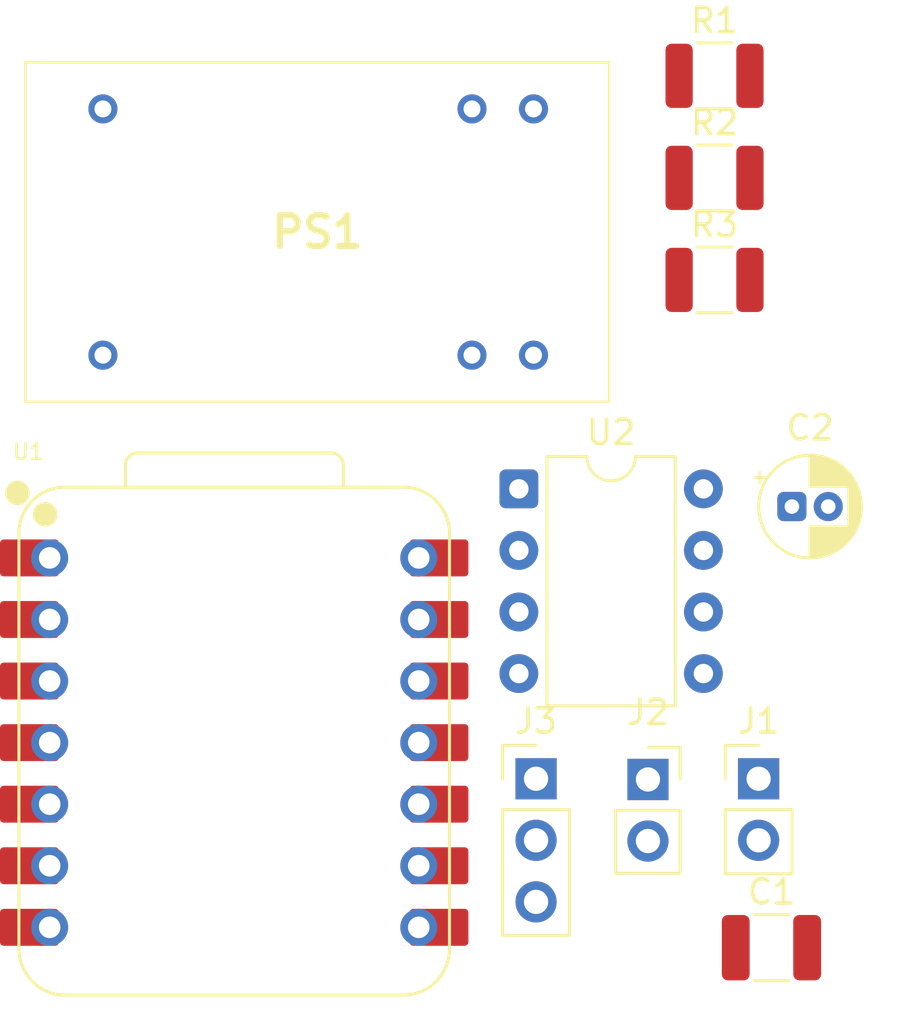
<source format=kicad_pcb>
(kicad_pcb (version 20241229) (generator "pcbnew") (generator_version "9.0")
  (layers (0 "F.Cu" signal) (2 "B.Cu" signal) (13 "F.Paste" user) (15 "B.Paste" user) (5 "F.SilkS" user "F.Silkscreen") (7 "B.SilkS" user "B.Silkscreen") (1 "F.Mask" user) (3 "B.Mask" user) (25 "Edge.Cuts" user))
  (net 0 "")
  (net 1 "/Vcc")
  (net 2 "GND")
  (net 3 "Net-(J1-Pin_2)")
  (net 4 "Net-(J1-Pin_1)")
  (net 5 "+5V")
  (net 6 "/PWM")
  (net 9 "Net-(U2-A1)")
  (net 10 "Net-(U2-A2)")
  (net 11 "/+3V")
  (net 12 "Net-(U1-GPIO29{slash}ADC3{slash}A3)")
  (footprint "Resistor_SMD:R_1210_3225Metric" (layer "F.Cu") (at 152.775 79.24)
    (property "Reference" "R2" (at 0 -2.28 0) (layer "F.SilkS"))
    (property "Value" "R")
    (fp_line (start -0.723737 -1.355) (end 0.723737 -1.355) (stroke (width 0.12)) (layer "F.SilkS"))
    (fp_line (start -0.723737 1.355) (end 0.723737 1.355) (stroke (width 0.12)) (layer "F.SilkS"))
    (pad "1" smd roundrect (at -1.4625 0) (size 1.125 2.65) (layers "F.Cu" "F.Mask" "F.Paste") (roundrect_rratio 0.222222) (net 10 "Net-(U2-A2)"))
    (pad "2" smd roundrect (at 1.4625 0) (size 1.125 2.65) (layers "F.Cu" "F.Mask" "F.Paste") (roundrect_rratio 0.222222) (net 3 "Net-(J1-Pin_2)"))
  )
  (footprint "TEL_8-2411:TEL82411" (layer "F.Cu") (at 127.52 86.555)
    (property "Reference" "PS1" (at 8.85 -5.08 0) (layer "F.SilkS") (effects (font (size 1.27 1.27) (thickness 0.254))))
    (property "Value" "TEL_8-2411" (hide yes))
    (fp_line (start -3.2 -12.08) (end -3.2 1.92) (stroke (width 0.1)) (layer "F.SilkS"))
    (fp_line (start -3.2 1.92) (end 20.9 1.92) (stroke (width 0.1)) (layer "F.SilkS"))
    (fp_line (start 20.9 -12.08) (end -3.2 -12.08) (stroke (width 0.1)) (layer "F.SilkS"))
    (fp_line (start 20.9 1.92) (end 20.9 -12.08) (stroke (width 0.1)) (layer "F.SilkS"))
    (pad "1" thru_hole circle (at 0 0) (size 1.2 1.2) (drill 0.7) (layers "*.Cu" "*.Mask") (net 2 "GND"))
    (pad "7" thru_hole circle (at 15.24 0) (size 1.2 1.2) (drill 0.7) (layers "*.Cu" "*.Mask"))
    (pad "8" thru_hole circle (at 17.78 0) (size 1.2 1.2) (drill 0.7) (layers "*.Cu" "*.Mask"))
    (pad "9" thru_hole circle (at 17.78 -10.16) (size 1.2 1.2) (drill 0.7) (layers "*.Cu" "*.Mask") (net 5 "+5V"))
    (pad "10" thru_hole circle (at 15.24 -10.16) (size 1.2 1.2) (drill 0.7) (layers "*.Cu" "*.Mask") (net 2 "GND"))
    (pad "16" thru_hole circle (at 0 -10.16) (size 1.2 1.2) (drill 0.7) (layers "*.Cu" "*.Mask") (net 1 "/Vcc"))
  )
  (footprint "Connector_PinHeader_2.54mm:PinHeader_1x03_P2.54mm_Vertical" (layer "F.Cu") (at 145.405 104.03)
    (property "Reference" "J3" (at 0 -2.38 0) (layer "F.SilkS"))
    (property "Value" "Servo")
    (fp_line (start -1.38 -1.38) (end 0 -1.38) (stroke (width 0.12)) (layer "F.SilkS"))
    (fp_line (start -1.38 0) (end -1.38 -1.38) (stroke (width 0.12)) (layer "F.SilkS"))
    (fp_line (start -1.38 1.27) (end -1.38 6.46) (stroke (width 0.12)) (layer "F.SilkS"))
    (fp_line (start -1.38 1.27) (end 1.38 1.27) (stroke (width 0.12)) (layer "F.SilkS"))
    (fp_line (start -1.38 6.46) (end 1.38 6.46) (stroke (width 0.12)) (layer "F.SilkS"))
    (fp_line (start 1.38 1.27) (end 1.38 6.46) (stroke (width 0.12)) (layer "F.SilkS"))
    (pad "1" thru_hole rect (at 0 0) (size 1.7 1.7) (drill 1) (layers "*.Cu" "*.Mask") (net 6 "/PWM"))
    (pad "2" thru_hole circle (at 0 2.54) (size 1.7 1.7) (drill 1) (layers "*.Cu" "*.Mask") (net 5 "+5V"))
    (pad "3" thru_hole circle (at 0 5.08) (size 1.7 1.7) (drill 1) (layers "*.Cu" "*.Mask") (net 2 "GND"))
  )
  (footprint "Connector_PinHeader_2.54mm:PinHeader_1x02_P2.54mm_Vertical" (layer "F.Cu") (at 154.595 104.03)
    (property "Reference" "J1" (at 0 -2.38 0) (layer "F.SilkS"))
    (property "Value" "GoFa IO")
    (fp_line (start -1.38 -1.38) (end 0 -1.38) (stroke (width 0.12)) (layer "F.SilkS"))
    (fp_line (start -1.38 0) (end -1.38 -1.38) (stroke (width 0.12)) (layer "F.SilkS"))
    (fp_line (start -1.38 1.27) (end -1.38 3.92) (stroke (width 0.12)) (layer "F.SilkS"))
    (fp_line (start -1.38 1.27) (end 1.38 1.27) (stroke (width 0.12)) (layer "F.SilkS"))
    (fp_line (start -1.38 3.92) (end 1.38 3.92) (stroke (width 0.12)) (layer "F.SilkS"))
    (fp_line (start 1.38 1.27) (end 1.38 3.92) (stroke (width 0.12)) (layer "F.SilkS"))
    (pad "1" thru_hole rect (at 0 0) (size 1.7 1.7) (drill 1) (layers "*.Cu" "*.Mask") (net 4 "Net-(J1-Pin_1)"))
    (pad "2" thru_hole circle (at 0 2.54) (size 1.7 1.7) (drill 1) (layers "*.Cu" "*.Mask") (net 3 "Net-(J1-Pin_2)"))
  )
  (footprint "Connector_PinSocket_2.54mm:PinSocket_1x02_P2.54mm_Vertical" (layer "F.Cu") (at 150.025 104.06)
    (property "Reference" "J2" (at 0 -2.77 0) (layer "F.SilkS"))
    (property "Value" "VGoFa")
    (fp_line (start -1.33 1.27) (end -1.33 3.87) (stroke (width 0.12)) (layer "F.SilkS"))
    (fp_line (start -1.33 1.27) (end 1.33 1.27) (stroke (width 0.12)) (layer "F.SilkS"))
    (fp_line (start -1.33 3.87) (end 1.33 3.87) (stroke (width 0.12)) (layer "F.SilkS"))
    (fp_line (start 0 -1.33) (end 1.33 -1.33) (stroke (width 0.12)) (layer "F.SilkS"))
    (fp_line (start 1.33 -1.33) (end 1.33 0) (stroke (width 0.12)) (layer "F.SilkS"))
    (fp_line (start 1.33 1.27) (end 1.33 3.87) (stroke (width 0.12)) (layer "F.SilkS"))
    (pad "1" thru_hole rect (at 0 0) (size 1.7 1.7) (drill 1) (layers "*.Cu" "*.Mask") (net 1 "/Vcc"))
    (pad "2" thru_hole circle (at 0 2.54) (size 1.7 1.7) (drill 1) (layers "*.Cu" "*.Mask") (net 2 "GND"))
  )
  (footprint "Seeed Studio XIAO Series Library:XIAO-RP2040-DIP" (layer "F.Cu") (at 132.941 102.5395)
    (property "Reference" "U1" (at -8.5 -12 0) (layer "F.SilkS") (effects (font (size 0.635 0.635) (thickness 0.1016))))
    (property "Value" "XIAO-RP2040-DIP")
    (fp_line (start -8.89 8.509) (end -8.89 -8.636) (stroke (width 0.127)) (layer "F.SilkS"))
    (fp_line (start -6.985 10.414) (end 6.985 10.414) (stroke (width 0.127)) (layer "F.SilkS"))
    (fp_line (start -4.495 -10.541) (end -4.491272 -11.451272) (stroke (width 0.127)) (layer "F.SilkS"))
    (fp_line (start -3.991272 -11.951) (end 4.004 -11.951) (stroke (width 0.127)) (layer "F.SilkS"))
    (fp_line (start 4.504 -11.451) (end 4.504 -10.541) (stroke (width 0.127)) (layer "F.SilkS"))
    (fp_line (start 6.985 -10.541) (end -6.985 -10.541) (stroke (width 0.1)) (layer "F.SilkS"))
    (fp_line (start 6.985 -10.541) (end -6.985 -10.541) (stroke (width 0.127)) (layer "F.SilkS"))
    (fp_line (start 8.89 8.509) (end 8.89 -8.636) (stroke (width 0.127)) (layer "F.SilkS"))
    (fp_arc (start -8.89 -8.636) (mid -8.332038 -9.983038) (end -6.985 -10.541) (stroke (width 0.127)) (layer "F.SilkS"))
    (fp_arc (start -6.985 10.414) (mid -8.332038 9.856038) (end -8.89 8.509) (stroke (width 0.127)) (layer "F.SilkS"))
    (fp_arc (start -4.491272 -11.451272) (mid -4.344728 -11.80464) (end -3.991272 -11.951) (stroke (width 0.127)) (layer "F.SilkS"))
    (fp_arc (start 4.004 -11.951) (mid 4.357553 -11.804553) (end 4.504 -11.451) (stroke (width 0.127)) (layer "F.SilkS"))
    (fp_arc (start 6.985 -10.541) (mid 8.332038 -9.983038) (end 8.89 -8.636) (stroke (width 0.127)) (layer "F.SilkS"))
    (fp_arc (start 8.89 8.509) (mid 8.332038 9.856038) (end 6.985 10.414) (stroke (width 0.127)) (layer "F.SilkS"))
    (fp_circle (center -8.95 -10.3) (end -8.95 -10.554) (stroke (width 0.5)) (fill yes) (layer "F.SilkS"))
    (fp_circle (center -7.807 -9.42) (end -7.807 -9.674) (stroke (width 0.5)) (fill yes) (layer "F.SilkS"))
    (pad "1" smd roundrect (at -8.455 -7.62 180) (size 2.432 1.524) (layers "F.Cu" "F.Mask") (roundrect_rratio 0.1))
    (pad "1" thru_hole circle (at -7.62 -7.62 180) (size 1.524 1.524) (drill 0.889) (layers "*.Cu" "*.Mask"))
    (pad "2" smd roundrect (at -8.455 -5.08 180) (size 2.432 1.524) (layers "F.Cu" "F.Mask") (roundrect_rratio 0.1))
    (pad "2" thru_hole circle (at -7.62 -5.08 180) (size 1.524 1.524) (drill 0.889) (layers "*.Cu" "*.Mask"))
    (pad "3" smd roundrect (at -8.455 -2.54 180) (size 2.432 1.524) (layers "F.Cu" "F.Mask") (roundrect_rratio 0.1) (net 6 "/PWM"))
    (pad "3" thru_hole circle (at -7.62 -2.54 180) (size 1.524 1.524) (drill 0.889) (layers "*.Cu" "*.Mask") (net 6 "/PWM"))
    (pad "4" smd roundrect (at -8.455 0 180) (size 2.432 1.524) (layers "F.Cu" "F.Mask") (roundrect_rratio 0.1) (net 12 "Net-(U1-GPIO29{slash}ADC3{slash}A3)"))
    (pad "4" thru_hole circle (at -7.62 0 180) (size 1.524 1.524) (drill 0.889) (layers "*.Cu" "*.Mask") (net 12 "Net-(U1-GPIO29{slash}ADC3{slash}A3)"))
    (pad "5" smd roundrect (at -8.455 2.54 180) (size 2.432 1.524) (layers "F.Cu" "F.Mask") (roundrect_rratio 0.1))
    (pad "5" thru_hole circle (at -7.62 2.54 180) (size 1.524 1.524) (drill 0.889) (layers "*.Cu" "*.Mask"))
    (pad "6" smd roundrect (at -8.455 5.08 180) (size 2.432 1.524) (layers "F.Cu" "F.Mask") (roundrect_rratio 0.1))
    (pad "6" thru_hole circle (at -7.62 5.08 180) (size 1.524 1.524) (drill 0.889) (layers "*.Cu" "*.Mask"))
    (pad "7" smd roundrect (at -8.455 7.62 180) (size 2.432 1.524) (layers "F.Cu" "F.Mask") (roundrect_rratio 0.1))
    (pad "7" thru_hole circle (at -7.62 7.62 180) (size 1.524 1.524) (drill 0.889) (layers "*.Cu" "*.Mask"))
    (pad "8" thru_hole circle (at 7.62 7.62) (size 1.524 1.524) (drill 0.889) (layers "*.Cu" "*.Mask"))
    (pad "8" smd roundrect (at 8.455 7.62) (size 2.432 1.524) (layers "F.Cu" "F.Mask") (roundrect_rratio 0.1))
    (pad "9" thru_hole circle (at 7.62 5.08) (size 1.524 1.524) (drill 0.889) (layers "*.Cu" "*.Mask"))
    (pad "9" smd roundrect (at 8.455 5.08) (size 2.432 1.524) (layers "F.Cu" "F.Mask") (roundrect_rratio 0.1))
    (pad "10" thru_hole circle (at 7.62 2.54) (size 1.524 1.524) (drill 0.889) (layers "*.Cu" "*.Mask"))
    (pad "10" smd roundrect (at 8.455 2.54) (size 2.432 1.524) (layers "F.Cu" "F.Mask") (roundrect_rratio 0.1))
    (pad "11" thru_hole circle (at 7.62 0) (size 1.524 1.524) (drill 0.889) (layers "*.Cu" "*.Mask"))
    (pad "11" smd roundrect (at 8.455 0) (size 2.432 1.524) (layers "F.Cu" "F.Mask") (roundrect_rratio 0.1))
    (pad "12" thru_hole circle (at 7.62 -2.54) (size 1.524 1.524) (drill 0.889) (layers "*.Cu" "*.Mask") (net 11 "/+3V"))
    (pad "12" smd roundrect (at 8.455 -2.54) (size 2.432 1.524) (layers "F.Cu" "F.Mask") (roundrect_rratio 0.1) (net 11 "/+3V"))
    (pad "13" thru_hole circle (at 7.62 -5.08) (size 1.524 1.524) (drill 0.889) (layers "*.Cu" "*.Mask") (net 2 "GND"))
    (pad "13" smd roundrect (at 8.455 -5.08) (size 2.432 1.524) (layers "F.Cu" "F.Mask") (roundrect_rratio 0.1) (net 2 "GND"))
    (pad "14" thru_hole circle (at 7.62 -7.62) (size 1.524 1.524) (drill 0.889) (layers "*.Cu" "*.Mask") (net 5 "+5V"))
    (pad "14" smd roundrect (at 8.455 -7.62) (size 2.432 1.524) (layers "F.Cu" "F.Mask") (roundrect_rratio 0.1) (net 5 "+5V"))
  )
  (footprint "Capacitor_SMD:C_1210_3225Metric" (layer "F.Cu") (at 155.125 111)
    (property "Reference" "C1" (at 0 -2.3 0) (layer "F.SilkS"))
    (property "Value" "C")
    (fp_line (start -0.711252 -1.36) (end 0.711252 -1.36) (stroke (width 0.12)) (layer "F.SilkS"))
    (fp_line (start -0.711252 1.36) (end 0.711252 1.36) (stroke (width 0.12)) (layer "F.SilkS"))
    (pad "1" smd roundrect (at -1.475 0) (size 1.15 2.7) (layers "F.Cu" "F.Mask" "F.Paste") (roundrect_rratio 0.217391) (net 1 "/Vcc"))
    (pad "2" smd roundrect (at 1.475 0) (size 1.15 2.7) (layers "F.Cu" "F.Mask" "F.Paste") (roundrect_rratio 0.217391) (net 2 "GND"))
  )
  (footprint "Package_DIP:DIP-8_W7.62mm" (layer "F.Cu") (at 144.695 92.07)
    (property "Reference" "U2" (at 3.81 -2.33 0) (layer "F.SilkS"))
    (property "Value" "HCPL-2631")
    (fp_line (start 1.16 -1.33) (end 1.16 8.95) (stroke (width 0.12)) (layer "F.SilkS"))
    (fp_line (start 1.16 8.95) (end 6.46 8.95) (stroke (width 0.12)) (layer "F.SilkS"))
    (fp_line (start 2.81 -1.33) (end 1.16 -1.33) (stroke (width 0.12)) (layer "F.SilkS"))
    (fp_line (start 6.46 -1.33) (end 4.81 -1.33) (stroke (width 0.12)) (layer "F.SilkS"))
    (fp_line (start 6.46 8.95) (end 6.46 -1.33) (stroke (width 0.12)) (layer "F.SilkS"))
    (fp_arc (start 4.81 -1.33) (mid 3.81 -0.33) (end 2.81 -1.33) (stroke (width 0.12)) (layer "F.SilkS"))
    (pad "1" thru_hole roundrect (at 0 0) (size 1.6 1.6) (drill 0.8) (layers "*.Cu" "*.Mask") (roundrect_rratio 0.15625) (net 9 "Net-(U2-A1)"))
    (pad "2" thru_hole circle (at 0 2.54) (size 1.6 1.6) (drill 0.8) (layers "*.Cu" "*.Mask") (net 2 "GND"))
    (pad "3" thru_hole circle (at 0 5.08) (size 1.6 1.6) (drill 0.8) (layers "*.Cu" "*.Mask") (net 2 "GND"))
    (pad "4" thru_hole circle (at 0 7.62) (size 1.6 1.6) (drill 0.8) (layers "*.Cu" "*.Mask") (net 10 "Net-(U2-A2)"))
    (pad "5" thru_hole circle (at 7.62 7.62) (size 1.6 1.6) (drill 0.8) (layers "*.Cu" "*.Mask") (net 2 "GND"))
    (pad "6" thru_hole circle (at 7.62 5.08) (size 1.6 1.6) (drill 0.8) (layers "*.Cu" "*.Mask"))
    (pad "7" thru_hole circle (at 7.62 2.54) (size 1.6 1.6) (drill 0.8) (layers "*.Cu" "*.Mask") (net 12 "Net-(U1-GPIO29{slash}ADC3{slash}A3)"))
    (pad "8" thru_hole circle (at 7.62 0) (size 1.6 1.6) (drill 0.8) (layers "*.Cu" "*.Mask") (net 5 "+5V"))
  )
  (footprint "Capacitor_THT:CP_Radial_D4.0mm_P1.50mm" (layer "F.Cu") (at 155.969801 92.8)
    (property "Reference" "C2" (at 0.75 -3.25 0) (layer "F.SilkS"))
    (property "Value" "C_Polarized")
    (fp_line (start -1.519801 -1.195) (end -1.119801 -1.195) (stroke (width 0.12)) (layer "F.SilkS"))
    (fp_line (start -1.319801 -1.395) (end -1.319801 -0.995) (stroke (width 0.12)) (layer "F.SilkS"))
    (fp_line (start 0.75 -2.08) (end 0.75 -0.84) (stroke (width 0.12)) (layer "F.SilkS"))
    (fp_line (start 0.75 0.84) (end 0.75 2.08) (stroke (width 0.12)) (layer "F.SilkS"))
    (fp_line (start 0.79 -2.08) (end 0.79 -0.84) (stroke (width 0.12)) (layer "F.SilkS"))
    (fp_line (start 0.79 0.84) (end 0.79 2.08) (stroke (width 0.12)) (layer "F.SilkS"))
    (fp_line (start 0.83 -2.078) (end 0.83 -0.84) (stroke (width 0.12)) (layer "F.SilkS"))
    (fp_line (start 0.83 0.84) (end 0.83 2.078) (stroke (width 0.12)) (layer "F.SilkS"))
    (fp_line (start 0.87 -2.077) (end 0.87 -0.84) (stroke (width 0.12)) (layer "F.SilkS"))
    (fp_line (start 0.87 0.84) (end 0.87 2.077) (stroke (width 0.12)) (layer "F.SilkS"))
    (fp_line (start 0.91 -2.074) (end 0.91 -0.84) (stroke (width 0.12)) (layer "F.SilkS"))
    (fp_line (start 0.91 0.84) (end 0.91 2.074) (stroke (width 0.12)) (layer "F.SilkS"))
    (fp_line (start 0.95 -2.071) (end 0.95 -0.84) (stroke (width 0.12)) (layer "F.SilkS"))
    (fp_line (start 0.95 0.84) (end 0.95 2.071) (stroke (width 0.12)) (layer "F.SilkS"))
    (fp_line (start 0.99 -2.066) (end 0.99 -0.84) (stroke (width 0.12)) (layer "F.SilkS"))
    (fp_line (start 0.99 0.84) (end 0.99 2.066) (stroke (width 0.12)) (layer "F.SilkS"))
    (fp_line (start 1.03 -2.061) (end 1.03 -0.84) (stroke (width 0.12)) (layer "F.SilkS"))
    (fp_line (start 1.03 0.84) (end 1.03 2.061) (stroke (width 0.12)) (layer "F.SilkS"))
    (fp_line (start 1.07 -2.056) (end 1.07 -0.84) (stroke (width 0.12)) (layer "F.SilkS"))
    (fp_line (start 1.07 0.84) (end 1.07 2.056) (stroke (width 0.12)) (layer "F.SilkS"))
    (fp_line (start 1.11 -2.049) (end 1.11 -0.84) (stroke (width 0.12)) (layer "F.SilkS"))
    (fp_line (start 1.11 0.84) (end 1.11 2.049) (stroke (width 0.12)) (layer "F.SilkS"))
    (fp_line (start 1.15 -2.042) (end 1.15 -0.84) (stroke (width 0.12)) (layer "F.SilkS"))
    (fp_line (start 1.15 0.84) (end 1.15 2.042) (stroke (width 0.12)) (layer "F.SilkS"))
    (fp_line (start 1.19 -2.034) (end 1.19 -0.84) (stroke (width 0.12)) (layer "F.SilkS"))
    (fp_line (start 1.19 0.84) (end 1.19 2.034) (stroke (width 0.12)) (layer "F.SilkS"))
    (fp_line (start 1.23 -2.025) (end 1.23 -0.84) (stroke (width 0.12)) (layer "F.SilkS"))
    (fp_line (start 1.23 0.84) (end 1.23 2.025) (stroke (width 0.12)) (layer "F.SilkS"))
    (fp_line (start 1.27 -2.015) (end 1.27 -0.84) (stroke (width 0.12)) (layer "F.SilkS"))
    (fp_line (start 1.27 0.84) (end 1.27 2.015) (stroke (width 0.12)) (layer "F.SilkS"))
    (fp_line (start 1.31 -2.005) (end 1.31 -0.84) (stroke (width 0.12)) (layer "F.SilkS"))
    (fp_line (start 1.31 0.84) (end 1.31 2.005) (stroke (width 0.12)) (layer "F.SilkS"))
    (fp_line (start 1.35 -1.993) (end 1.35 -0.84) (stroke (width 0.12)) (layer "F.SilkS"))
    (fp_line (start 1.35 0.84) (end 1.35 1.993) (stroke (width 0.12)) (layer "F.SilkS"))
    (fp_line (start 1.39 -1.981) (end 1.39 -0.84) (stroke (width 0.12)) (layer "F.SilkS"))
    (fp_line (start 1.39 0.84) (end 1.39 1.981) (stroke (width 0.12)) (layer "F.SilkS"))
    (fp_line (start 1.43 -1.968) (end 1.43 -0.84) (stroke (width 0.12)) (layer "F.SilkS"))
    (fp_line (start 1.43 0.84) (end 1.43 1.968) (stroke (width 0.12)) (layer "F.SilkS"))
    (fp_line (start 1.47 -1.954) (end 1.47 -0.84) (stroke (width 0.12)) (layer "F.SilkS"))
    (fp_line (start 1.47 0.84) (end 1.47 1.954) (stroke (width 0.12)) (layer "F.SilkS"))
    (fp_line (start 1.51 -1.939) (end 1.51 -0.84) (stroke (width 0.12)) (layer "F.SilkS"))
    (fp_line (start 1.51 0.84) (end 1.51 1.939) (stroke (width 0.12)) (layer "F.SilkS"))
    (fp_line (start 1.55 -1.923) (end 1.55 -0.84) (stroke (width 0.12)) (layer "F.SilkS"))
    (fp_line (start 1.55 0.84) (end 1.55 1.923) (stroke (width 0.12)) (layer "F.SilkS"))
    (fp_line (start 1.59 -1.906) (end 1.59 -0.84) (stroke (width 0.12)) (layer "F.SilkS"))
    (fp_line (start 1.59 0.84) (end 1.59 1.906) (stroke (width 0.12)) (layer "F.SilkS"))
    (fp_line (start 1.63 -1.889) (end 1.63 -0.84) (stroke (width 0.12)) (layer "F.SilkS"))
    (fp_line (start 1.63 0.84) (end 1.63 1.889) (stroke (width 0.12)) (layer "F.SilkS"))
    (fp_line (start 1.67 -1.87) (end 1.67 -0.84) (stroke (width 0.12)) (layer "F.SilkS"))
    (fp_line (start 1.67 0.84) (end 1.67 1.87) (stroke (width 0.12)) (layer "F.SilkS"))
    (fp_line (start 1.71 -1.85) (end 1.71 -0.84) (stroke (width 0.12)) (layer "F.SilkS"))
    (fp_line (start 1.71 0.84) (end 1.71 1.85) (stroke (width 0.12)) (layer "F.SilkS"))
    (fp_line (start 1.75 -1.829) (end 1.75 -0.84) (stroke (width 0.12)) (layer "F.SilkS"))
    (fp_line (start 1.75 0.84) (end 1.75 1.829) (stroke (width 0.12)) (layer "F.SilkS"))
    (fp_line (start 1.79 -1.807) (end 1.79 -0.84) (stroke (width 0.12)) (layer "F.SilkS"))
    (fp_line (start 1.79 0.84) (end 1.79 1.807) (stroke (width 0.12)) (layer "F.SilkS"))
    (fp_line (start 1.83 -1.784) (end 1.83 -0.84) (stroke (width 0.12)) (layer "F.SilkS"))
    (fp_line (start 1.83 0.84) (end 1.83 1.784) (stroke (width 0.12)) (layer "F.SilkS"))
    (fp_line (start 1.87 -1.76) (end 1.87 -0.84) (stroke (width 0.12)) (layer "F.SilkS"))
    (fp_line (start 1.87 0.84) (end 1.87 1.76) (stroke (width 0.12)) (layer "F.SilkS"))
    (fp_line (start 1.91 -1.734) (end 1.91 -0.84) (stroke (width 0.12)) (layer "F.SilkS"))
    (fp_line (start 1.91 0.84) (end 1.91 1.734) (stroke (width 0.12)) (layer "F.SilkS"))
    (fp_line (start 1.95 -1.708) (end 1.95 -0.84) (stroke (width 0.12)) (layer "F.SilkS"))
    (fp_line (start 1.95 0.84) (end 1.95 1.708) (stroke (width 0.12)) (layer "F.SilkS"))
    (fp_line (start 1.99 -1.68) (end 1.99 -0.84) (stroke (width 0.12)) (layer "F.SilkS"))
    (fp_line (start 1.99 0.84) (end 1.99 1.68) (stroke (width 0.12)) (layer "F.SilkS"))
    (fp_line (start 2.03 -1.65) (end 2.03 -0.84) (stroke (width 0.12)) (layer "F.SilkS"))
    (fp_line (start 2.03 0.84) (end 2.03 1.65) (stroke (width 0.12)) (layer "F.SilkS"))
    (fp_line (start 2.07 -1.619) (end 2.07 -0.84) (stroke (width 0.12)) (layer "F.SilkS"))
    (fp_line (start 2.07 0.84) (end 2.07 1.619) (stroke (width 0.12)) (layer "F.SilkS"))
    (fp_line (start 2.11 -1.586) (end 2.11 -0.84) (stroke (width 0.12)) (layer "F.SilkS"))
    (fp_line (start 2.11 0.84) (end 2.11 1.586) (stroke (width 0.12)) (layer "F.SilkS"))
    (fp_line (start 2.15 -1.552) (end 2.15 -0.84) (stroke (width 0.12)) (layer "F.SilkS"))
    (fp_line (start 2.15 0.84) (end 2.15 1.552) (stroke (width 0.12)) (layer "F.SilkS"))
    (fp_line (start 2.19 -1.516) (end 2.19 -0.84) (stroke (width 0.12)) (layer "F.SilkS"))
    (fp_line (start 2.19 0.84) (end 2.19 1.516) (stroke (width 0.12)) (layer "F.SilkS"))
    (fp_line (start 2.23 -1.478) (end 2.23 -0.84) (stroke (width 0.12)) (layer "F.SilkS"))
    (fp_line (start 2.23 0.84) (end 2.23 1.478) (stroke (width 0.12)) (layer "F.SilkS"))
    (fp_line (start 2.27 -1.438) (end 2.27 -0.84) (stroke (width 0.12)) (layer "F.SilkS"))
    (fp_line (start 2.27 0.84) (end 2.27 1.438) (stroke (width 0.12)) (layer "F.SilkS"))
    (fp_line (start 2.31 -1.396) (end 2.31 -0.84) (stroke (width 0.12)) (layer "F.SilkS"))
    (fp_line (start 2.31 0.84) (end 2.31 1.396) (stroke (width 0.12)) (layer "F.SilkS"))
    (fp_line (start 2.35 -1.351) (end 2.35 1.351) (stroke (width 0.12)) (layer "F.SilkS"))
    (fp_line (start 2.39 -1.303) (end 2.39 1.303) (stroke (width 0.12)) (layer "F.SilkS"))
    (fp_line (start 2.43 -1.253) (end 2.43 1.253) (stroke (width 0.12)) (layer "F.SilkS"))
    (fp_line (start 2.47 -1.199) (end 2.47 1.199) (stroke (width 0.12)) (layer "F.SilkS"))
    (fp_line (start 2.51 -1.142) (end 2.51 1.142) (stroke (width 0.12)) (layer "F.SilkS"))
    (fp_line (start 2.55 -1.08) (end 2.55 1.08) (stroke (width 0.12)) (layer "F.SilkS"))
    (fp_line (start 2.59 -1.013) (end 2.59 1.013) (stroke (width 0.12)) (layer "F.SilkS"))
    (fp_line (start 2.63 -0.94) (end 2.63 0.94) (stroke (width 0.12)) (layer "F.SilkS"))
    (fp_line (start 2.67 -0.859) (end 2.67 0.859) (stroke (width 0.12)) (layer "F.SilkS"))
    (fp_line (start 2.71 -0.768) (end 2.71 0.768) (stroke (width 0.12)) (layer "F.SilkS"))
    (fp_line (start 2.75 -0.663) (end 2.75 0.663) (stroke (width 0.12)) (layer "F.SilkS"))
    (fp_line (start 2.79 -0.537) (end 2.79 0.537) (stroke (width 0.12)) (layer "F.SilkS"))
    (fp_line (start 2.83 -0.37) (end 2.83 0.37) (stroke (width 0.12)) (layer "F.SilkS"))
    (fp_circle (center 0.75 0) (end 2.87 0) (stroke (width 0.12)) (fill no) (layer "F.SilkS"))
    (pad "1" thru_hole roundrect (at 0 0) (size 1.2 1.2) (drill 0.6) (layers "*.Cu" "*.Mask") (roundrect_rratio 0.208333) (net 1 "/Vcc"))
    (pad "2" thru_hole circle (at 1.5 0) (size 1.2 1.2) (drill 0.6) (layers "*.Cu" "*.Mask") (net 2 "GND"))
  )
  (footprint "Resistor_SMD:R_1210_3225Metric" (layer "F.Cu") (at 152.775 83.45)
    (property "Reference" "R3" (at 0 -2.28 0) (layer "F.SilkS"))
    (property "Value" "R")
    (fp_line (start -0.723737 -1.355) (end 0.723737 -1.355) (stroke (width 0.12)) (layer "F.SilkS"))
    (fp_line (start -0.723737 1.355) (end 0.723737 1.355) (stroke (width 0.12)) (layer "F.SilkS"))
    (pad "1" smd roundrect (at -1.4625 0) (size 1.125 2.65) (layers "F.Cu" "F.Mask" "F.Paste") (roundrect_rratio 0.222222) (net 11 "/+3V"))
    (pad "2" smd roundrect (at 1.4625 0) (size 1.125 2.65) (layers "F.Cu" "F.Mask" "F.Paste") (roundrect_rratio 0.222222) (net 12 "Net-(U1-GPIO29{slash}ADC3{slash}A3)"))
  )
  (footprint "Resistor_SMD:R_1210_3225Metric" (layer "F.Cu") (at 152.775 75.03)
    (property "Reference" "R1" (at 0 -2.28 0) (layer "F.SilkS"))
    (property "Value" "R")
    (fp_line (start -0.723737 -1.355) (end 0.723737 -1.355) (stroke (width 0.12)) (layer "F.SilkS"))
    (fp_line (start -0.723737 1.355) (end 0.723737 1.355) (stroke (width 0.12)) (layer "F.SilkS"))
    (pad "1" smd roundrect (at -1.4625 0) (size 1.125 2.65) (layers "F.Cu" "F.Mask" "F.Paste") (roundrect_rratio 0.222222) (net 4 "Net-(J1-Pin_1)"))
    (pad "2" smd roundrect (at 1.4625 0) (size 1.125 2.65) (layers "F.Cu" "F.Mask" "F.Paste") (roundrect_rratio 0.222222) (net 9 "Net-(U2-A1)"))
  )
)
</source>
